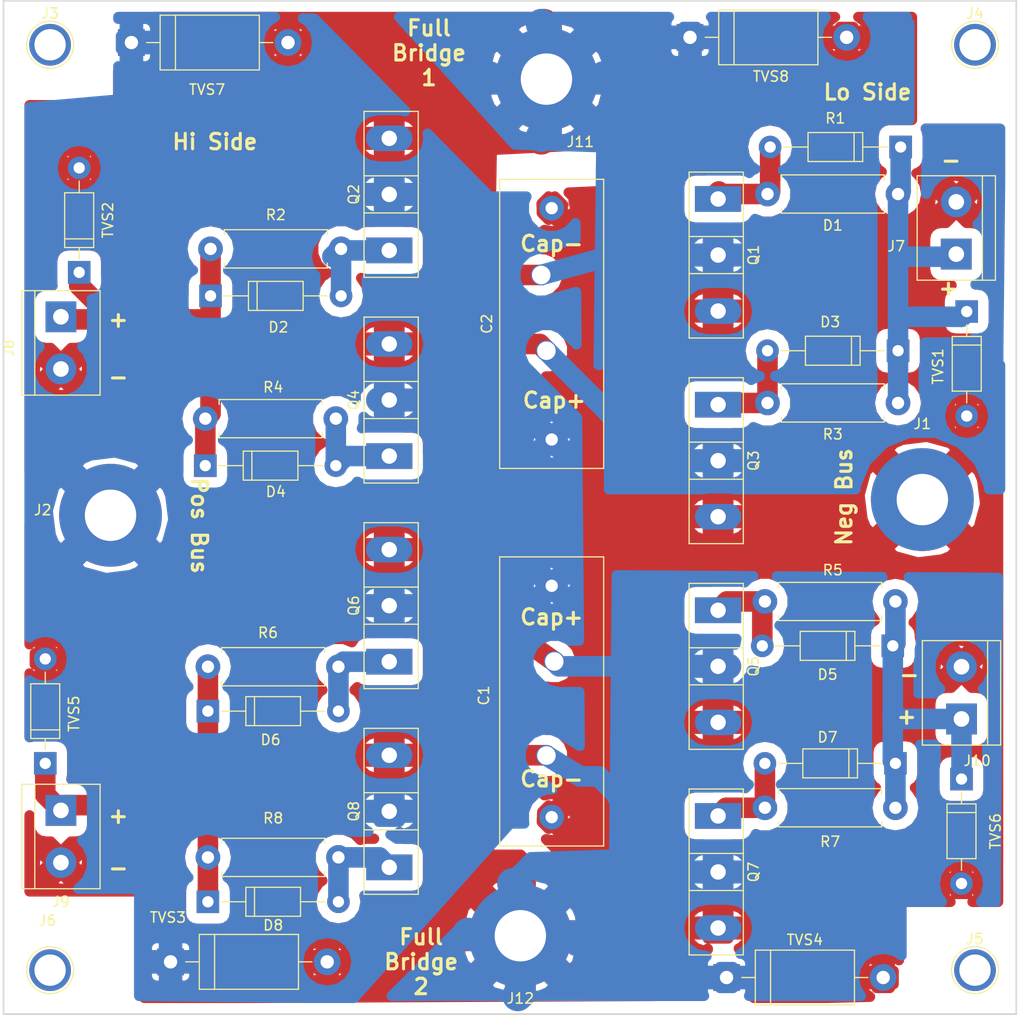
<source format=kicad_pcb>
(kicad_pcb (version 4) (host pcbnew 4.0.7)
  (layers (0 F.Cu signal) (31 B.Cu signal) (34 B.Paste user) (35 F.Paste user) (36 B.SilkS user) (37 F.SilkS user) (38 B.Mask user) (39 F.Mask user) (44 Edge.Cuts user))
  (net 0 "")
  (net 1 VDD)
  (net 2 GND)
  (net 3 "Net-(D1-Pad1)")
  (net 4 "Net-(D1-Pad2)")
  (net 5 "Net-(D2-Pad1)")
  (net 6 "Net-(D2-Pad2)")
  (net 7 "Net-(J12-Pad1)")
  (net 8 "Net-(D3-Pad2)")
  (net 9 "Net-(D4-Pad2)")
  (net 10 "Net-(D5-Pad2)")
  (net 11 "Net-(D6-Pad2)")
  (net 12 "Net-(D7-Pad2)")
  (net 13 "Net-(D8-Pad2)")
  (net 14 "Net-(D5-Pad1)")
  (net 15 "Net-(D6-Pad1)")
  (net 16 "Net-(J11-Pad1)")
  (module Resistors_THT:R_Axial_DIN0411_L9.9mm_D3.6mm_P12.70mm_Horizontal (layer F.Cu) (at 119.808 64.516)
    (fp_text reference R1 (at 6.604 -7.366) (layer F.SilkS))
    (fp_text value 10)
    (pad 1 thru_hole circle (at 0 0) (size 2.4 2.4) (drill 1.2) (layers *.Cu *.Mask) (net 4 "Net-(D1-Pad2)"))
    (pad 2 thru_hole oval (at 12.7 0) (size 2.4 2.4) (drill 1.2) (layers *.Cu *.Mask) (net 3 "Net-(D1-Pad1)"))
  )
  (module Connectors_Terminal_Blocks:TerminalBlock_bornier-2_P5.08mm (layer F.Cu) (at 138.684 115.57 90)
    (fp_text reference J10 (at -4.064 1.524 360) (layer F.SilkS))
    (fp_text value Screw_Terminal_01x02)
    (pad 1 thru_hole rect (at 0 0 90) (size 3 3) (drill 1.52) (layers *.Cu *.Mask) (net 14 "Net-(D5-Pad1)"))
    (pad 2 thru_hole circle (at 5.08 0 90) (size 3 3) (drill 1.52) (layers *.Cu *.Mask) (net 2 GND))
  )
  (module Diodes_THT:D_DO-41_SOD81_P12.70mm_Horizontal (layer F.Cu) (at 65.358 114.808)
    (fp_text reference D6 (at 6.096 2.794) (layer F.SilkS))
    (fp_text value D_Schottky)
    (pad 1 thru_hole rect (at 0 0) (size 2.2 2.2) (drill 1.1) (layers *.Cu *.Mask) (net 15 "Net-(D6-Pad1)"))
    (pad 2 thru_hole oval (at 12.7 0) (size 2.2 2.2) (drill 1.1) (layers *.Cu *.Mask) (net 11 "Net-(D6-Pad2)"))
  )
  (module Connectors:1pin (layer F.Cu) (at 50 50)
    (fp_text reference J3 (at 0 -3.048) (layer F.SilkS))
    (fp_text value Conn_01x01)
    (pad 1 thru_hole circle (at 0 0) (size 4.064 4.064) (drill 3.048) (layers *.Cu *.Mask))
  )
  (module Connectors:1pin (layer F.Cu) (at 50 140)
    (fp_text reference J6 (at -0.254 -4.826) (layer F.SilkS))
    (fp_text value Conn_01x01)
    (pad 1 thru_hole circle (at 0 0) (size 4.064 4.064) (drill 3.048) (layers *.Cu *.Mask))
  )
  (module TO_SOT_Packages_THT:TO-247_TO-3P_Vertical (layer F.Cu) (at 115 65 270)
    (fp_text reference Q1 (at 5.45 -3.45 270) (layer F.SilkS))
    (fp_text value Q_NIGBT_GCE)
    (pad 1 thru_hole rect (at 0 0 270) (size 2.5 4.5) (drill 1.5) (layers *.Cu *.Mask) (net 4 "Net-(D1-Pad2)"))
    (pad 2 thru_hole oval (at 5.45 0 270) (size 2.5 4.5) (drill 1.5) (layers *.Cu *.Mask) (net 16 "Net-(J11-Pad1)"))
    (pad 3 thru_hole oval (at 10.9 0 270) (size 2.5 4.5) (drill 1.5) (layers *.Cu *.Mask) (net 2 GND))
  )
  (module TO_SOT_Packages_THT:TO-247_TO-3P_Vertical (layer F.Cu) (at 83 70 90)
    (fp_text reference Q2 (at 5.45 -3.45 90) (layer F.SilkS))
    (fp_text value Q_NIGBT_GCE)
    (pad 1 thru_hole rect (at 0 0 90) (size 2.5 4.5) (drill 1.5) (layers *.Cu *.Mask) (net 6 "Net-(D2-Pad2)"))
    (pad 2 thru_hole oval (at 5.45 0 90) (size 2.5 4.5) (drill 1.5) (layers *.Cu *.Mask) (net 1 VDD))
    (pad 3 thru_hole oval (at 10.9 0 90) (size 2.5 4.5) (drill 1.5) (layers *.Cu *.Mask) (net 16 "Net-(J11-Pad1)"))
  )
  (module Connectors:1pin (layer F.Cu) (at 134.874 94.234 180)
    (fp_text reference J1 (at 0 7.366 180) (layer F.SilkS))
    (fp_text value NegBus)
    (pad 1 thru_hole circle (at 0 0 180) (size 10 10) (drill 5) (layers *.Cu *.Mask) (net 2 GND))
  )
  (module Connectors:1pin (layer F.Cu) (at 55.88 95.758)
    (fp_text reference J2 (at -6.604 -0.508) (layer F.SilkS))
    (fp_text value PosBus)
    (pad 1 thru_hole circle (at 0 0) (size 10 10) (drill 5) (layers *.Cu *.Mask) (net 1 VDD))
  )
  (module Connectors:1pin (layer F.Cu) (at 140 50)
    (fp_text reference J4 (at 0 -3.048) (layer F.SilkS))
    (fp_text value Conn_01x01)
    (pad 1 thru_hole circle (at 0 0) (size 4.064 4.064) (drill 3.048) (layers *.Cu *.Mask))
  )
  (module Connectors:1pin (layer F.Cu) (at 140 140)
    (fp_text reference J5 (at 0 -3.048) (layer F.SilkS))
    (fp_text value Conn_01x01)
    (pad 1 thru_hole circle (at 0 0) (size 4.064 4.064) (drill 3.048) (layers *.Cu *.Mask))
  )
  (module Connectors_Terminal_Blocks:TerminalBlock_bornier-2_P5.08mm (layer F.Cu) (at 138.176 70.358 90)
    (fp_text reference J7 (at 0.762 -5.842 360) (layer F.SilkS))
    (fp_text value Screw_Terminal_01x02)
    (pad 1 thru_hole rect (at 0 0 90) (size 3 3) (drill 1.52) (layers *.Cu *.Mask) (net 3 "Net-(D1-Pad1)"))
    (pad 2 thru_hole circle (at 5.08 0 90) (size 3 3) (drill 1.52) (layers *.Cu *.Mask) (net 2 GND))
  )
  (module Connectors_Terminal_Blocks:TerminalBlock_bornier-2_P5.08mm (layer F.Cu) (at 51.054 76.454 270)
    (fp_text reference J8 (at 3.048 5.08 270) (layer F.SilkS))
    (fp_text value Screw_Terminal_01x02)
    (pad 1 thru_hole rect (at 0 0 270) (size 3 3) (drill 1.52) (layers *.Cu *.Mask) (net 5 "Net-(D2-Pad1)"))
    (pad 2 thru_hole circle (at 5.08 0 270) (size 3 3) (drill 1.52) (layers *.Cu *.Mask) (net 16 "Net-(J11-Pad1)"))
  )
  (module TO_SOT_Packages_THT:TO-247_TO-3P_Vertical (layer F.Cu) (at 115 85 270)
    (fp_text reference Q3 (at 5.45 -3.45 270) (layer F.SilkS))
    (fp_text value Q_NIGBT_GCE)
    (pad 1 thru_hole rect (at 0 0 270) (size 2.5 4.5) (drill 1.5) (layers *.Cu *.Mask) (net 8 "Net-(D3-Pad2)"))
    (pad 2 thru_hole oval (at 5.45 0 270) (size 2.5 4.5) (drill 1.5) (layers *.Cu *.Mask) (net 16 "Net-(J11-Pad1)"))
    (pad 3 thru_hole oval (at 10.9 0 270) (size 2.5 4.5) (drill 1.5) (layers *.Cu *.Mask) (net 2 GND))
  )
  (module TO_SOT_Packages_THT:TO-247_TO-3P_Vertical (layer F.Cu) (at 83 90 90)
    (fp_text reference Q4 (at 5.45 -3.45 90) (layer F.SilkS))
    (fp_text value Q_NIGBT_GCE)
    (pad 1 thru_hole rect (at 0 0 90) (size 2.5 4.5) (drill 1.5) (layers *.Cu *.Mask) (net 9 "Net-(D4-Pad2)"))
    (pad 2 thru_hole oval (at 5.45 0 90) (size 2.5 4.5) (drill 1.5) (layers *.Cu *.Mask) (net 1 VDD))
    (pad 3 thru_hole oval (at 10.9 0 90) (size 2.5 4.5) (drill 1.5) (layers *.Cu *.Mask) (net 16 "Net-(J11-Pad1)"))
  )
  (module TO_SOT_Packages_THT:TO-247_TO-3P_Vertical (layer F.Cu) (at 115 105 270)
    (fp_text reference Q5 (at 5.45 -3.45 270) (layer F.SilkS))
    (fp_text value Q_NIGBT_GCE)
    (pad 1 thru_hole rect (at 0 0 270) (size 2.5 4.5) (drill 1.5) (layers *.Cu *.Mask) (net 10 "Net-(D5-Pad2)"))
    (pad 2 thru_hole oval (at 5.45 0 270) (size 2.5 4.5) (drill 1.5) (layers *.Cu *.Mask) (net 7 "Net-(J12-Pad1)"))
    (pad 3 thru_hole oval (at 10.9 0 270) (size 2.5 4.5) (drill 1.5) (layers *.Cu *.Mask) (net 2 GND))
  )
  (module TO_SOT_Packages_THT:TO-247_TO-3P_Vertical (layer F.Cu) (at 83 110 90)
    (fp_text reference Q6 (at 5.45 -3.45 90) (layer F.SilkS))
    (fp_text value Q_NIGBT_GCE)
    (pad 1 thru_hole rect (at 0 0 90) (size 2.5 4.5) (drill 1.5) (layers *.Cu *.Mask) (net 11 "Net-(D6-Pad2)"))
    (pad 2 thru_hole oval (at 5.45 0 90) (size 2.5 4.5) (drill 1.5) (layers *.Cu *.Mask) (net 1 VDD))
    (pad 3 thru_hole oval (at 10.9 0 90) (size 2.5 4.5) (drill 1.5) (layers *.Cu *.Mask) (net 7 "Net-(J12-Pad1)"))
  )
  (module TO_SOT_Packages_THT:TO-247_TO-3P_Vertical (layer F.Cu) (at 115 125 270)
    (fp_text reference Q7 (at 5.45 -3.45 270) (layer F.SilkS))
    (fp_text value Q_NIGBT_GCE)
    (pad 1 thru_hole rect (at 0 0 270) (size 2.5 4.5) (drill 1.5) (layers *.Cu *.Mask) (net 12 "Net-(D7-Pad2)"))
    (pad 2 thru_hole oval (at 5.45 0 270) (size 2.5 4.5) (drill 1.5) (layers *.Cu *.Mask) (net 7 "Net-(J12-Pad1)"))
    (pad 3 thru_hole oval (at 10.9 0 270) (size 2.5 4.5) (drill 1.5) (layers *.Cu *.Mask) (net 2 GND))
  )
  (module TO_SOT_Packages_THT:TO-247_TO-3P_Vertical (layer F.Cu) (at 83 130 90)
    (fp_text reference Q8 (at 5.45 -3.45 90) (layer F.SilkS))
    (fp_text value Q_NIGBT_GCE)
    (pad 1 thru_hole rect (at 0 0 90) (size 2.5 4.5) (drill 1.5) (layers *.Cu *.Mask) (net 13 "Net-(D8-Pad2)"))
    (pad 2 thru_hole oval (at 5.45 0 90) (size 2.5 4.5) (drill 1.5) (layers *.Cu *.Mask) (net 1 VDD))
    (pad 3 thru_hole oval (at 10.9 0 90) (size 2.5 4.5) (drill 1.5) (layers *.Cu *.Mask) (net 7 "Net-(J12-Pad1)"))
  )
  (module Connectors:1pin (layer F.Cu) (at 95.758 136.652)
    (fp_text reference J12 (at 0 6.096) (layer F.SilkS))
    (fp_text value Bridge1)
    (pad 1 thru_hole circle (at 0 0) (size 10 10) (drill 5) (layers *.Cu *.Mask) (net 7 "Net-(J12-Pad1)"))
  )
  (module Diodes_THT:D_DO-41_SOD81_P10.16mm_Horizontal (layer F.Cu) (at 139.192 75.946 270)
    (fp_text reference TVS1 (at 5.334 2.794 270) (layer F.SilkS))
    (fp_text value D)
    (pad 1 thru_hole rect (at 0 0 270) (size 2.2 2.2) (drill 1.1) (layers *.Cu *.Mask) (net 3 "Net-(D1-Pad1)"))
    (pad 2 thru_hole oval (at 10.16 0 270) (size 2.2 2.2) (drill 1.1) (layers *.Cu *.Mask) (net 2 GND))
  )
  (module Diodes_THT:D_DO-41_SOD81_P10.16mm_Horizontal (layer F.Cu) (at 52.832 72.136 90)
    (fp_text reference TVS2 (at 5.08 2.794 90) (layer F.SilkS))
    (fp_text value D)
    (pad 1 thru_hole rect (at 0 0 90) (size 2.2 2.2) (drill 1.1) (layers *.Cu *.Mask) (net 5 "Net-(D2-Pad1)"))
    (pad 2 thru_hole oval (at 10.16 0 90) (size 2.2 2.2) (drill 1.1) (layers *.Cu *.Mask) (net 16 "Net-(J11-Pad1)"))
  )
  (module Diodes_THT:D_DO-41_SOD81_P12.70mm_Horizontal (layer F.Cu) (at 132.762 59.944 180)
    (fp_text reference D1 (at 6.604 -7.62 180) (layer F.SilkS))
    (fp_text value D_Schottky)
    (pad 1 thru_hole rect (at 0 0 180) (size 2.2 2.2) (drill 1.1) (layers *.Cu *.Mask) (net 3 "Net-(D1-Pad1)"))
    (pad 2 thru_hole oval (at 12.7 0 180) (size 2.2 2.2) (drill 1.1) (layers *.Cu *.Mask) (net 4 "Net-(D1-Pad2)"))
  )
  (module Diodes_THT:D_DO-41_SOD81_P12.70mm_Horizontal (layer F.Cu) (at 65.612 74.422)
    (fp_text reference D2 (at 6.604 3.048) (layer F.SilkS))
    (fp_text value D_Schottky)
    (pad 1 thru_hole rect (at 0 0) (size 2.2 2.2) (drill 1.1) (layers *.Cu *.Mask) (net 5 "Net-(D2-Pad1)"))
    (pad 2 thru_hole oval (at 12.7 0) (size 2.2 2.2) (drill 1.1) (layers *.Cu *.Mask) (net 6 "Net-(D2-Pad2)"))
  )
  (module Diodes_THT:D_DO-41_SOD81_P12.70mm_Horizontal (layer F.Cu) (at 132.508 79.756 180)
    (fp_text reference D3 (at 6.604 2.794 180) (layer F.SilkS))
    (fp_text value D_Schottky)
    (pad 1 thru_hole rect (at 0 0 180) (size 2.2 2.2) (drill 1.1) (layers *.Cu *.Mask) (net 3 "Net-(D1-Pad1)"))
    (pad 2 thru_hole oval (at 12.7 0 180) (size 2.2 2.2) (drill 1.1) (layers *.Cu *.Mask) (net 8 "Net-(D3-Pad2)"))
  )
  (module Diodes_THT:D_DO-41_SOD81_P12.70mm_Horizontal (layer F.Cu) (at 65.104 90.932)
    (fp_text reference D4 (at 6.858 2.54) (layer F.SilkS))
    (fp_text value D_Schottky)
    (pad 1 thru_hole rect (at 0 0) (size 2.2 2.2) (drill 1.1) (layers *.Cu *.Mask) (net 5 "Net-(D2-Pad1)"))
    (pad 2 thru_hole oval (at 12.7 0) (size 2.2 2.2) (drill 1.1) (layers *.Cu *.Mask) (net 9 "Net-(D4-Pad2)"))
  )
  (module Diodes_THT:D_DO-41_SOD81_P12.70mm_Horizontal (layer F.Cu) (at 132 108.458 180)
    (fp_text reference D5 (at 6.35 -2.794 180) (layer F.SilkS))
    (fp_text value D_Schottky)
    (pad 1 thru_hole rect (at 0 0 180) (size 2.2 2.2) (drill 1.1) (layers *.Cu *.Mask) (net 14 "Net-(D5-Pad1)"))
    (pad 2 thru_hole oval (at 12.7 0 180) (size 2.2 2.2) (drill 1.1) (layers *.Cu *.Mask) (net 10 "Net-(D5-Pad2)"))
  )
  (module Diodes_THT:D_DO-41_SOD81_P12.70mm_Horizontal (layer F.Cu) (at 132.254 119.888 180)
    (fp_text reference D7 (at 6.604 2.54 180) (layer F.SilkS))
    (fp_text value D_Schottky)
    (pad 1 thru_hole rect (at 0 0 180) (size 2.2 2.2) (drill 1.1) (layers *.Cu *.Mask) (net 14 "Net-(D5-Pad1)"))
    (pad 2 thru_hole oval (at 12.7 0 180) (size 2.2 2.2) (drill 1.1) (layers *.Cu *.Mask) (net 12 "Net-(D7-Pad2)"))
  )
  (module Diodes_THT:D_DO-41_SOD81_P12.70mm_Horizontal (layer F.Cu) (at 65.358 133.35)
    (fp_text reference D8 (at 6.35 2.286) (layer F.SilkS))
    (fp_text value D_Schottky)
    (pad 1 thru_hole rect (at 0 0) (size 2.2 2.2) (drill 1.1) (layers *.Cu *.Mask) (net 15 "Net-(D6-Pad1)"))
    (pad 2 thru_hole oval (at 12.7 0) (size 2.2 2.2) (drill 1.1) (layers *.Cu *.Mask) (net 13 "Net-(D8-Pad2)"))
  )
  (module Resistors_THT:R_Axial_DIN0411_L9.9mm_D3.6mm_P12.70mm_Horizontal (layer F.Cu) (at 78.312 69.85 180)
    (fp_text reference R2 (at 6.35 3.302 180) (layer F.SilkS))
    (fp_text value 10)
    (pad 1 thru_hole circle (at 0 0 180) (size 2.4 2.4) (drill 1.2) (layers *.Cu *.Mask) (net 6 "Net-(D2-Pad2)"))
    (pad 2 thru_hole oval (at 12.7 0 180) (size 2.4 2.4) (drill 1.2) (layers *.Cu *.Mask) (net 5 "Net-(D2-Pad1)"))
  )
  (module Resistors_THT:R_Axial_DIN0411_L9.9mm_D3.6mm_P12.70mm_Horizontal (layer F.Cu) (at 119.808 84.836)
    (fp_text reference R3 (at 6.35 3.048) (layer F.SilkS))
    (fp_text value 10)
    (pad 1 thru_hole circle (at 0 0) (size 2.4 2.4) (drill 1.2) (layers *.Cu *.Mask) (net 8 "Net-(D3-Pad2)"))
    (pad 2 thru_hole oval (at 12.7 0) (size 2.4 2.4) (drill 1.2) (layers *.Cu *.Mask) (net 3 "Net-(D1-Pad1)"))
  )
  (module Resistors_THT:R_Axial_DIN0411_L9.9mm_D3.6mm_P12.70mm_Horizontal (layer F.Cu) (at 77.804 86.36 180)
    (fp_text reference R4 (at 6.096 3.048 180) (layer F.SilkS))
    (fp_text value 10)
    (pad 1 thru_hole circle (at 0 0 180) (size 2.4 2.4) (drill 1.2) (layers *.Cu *.Mask) (net 9 "Net-(D4-Pad2)"))
    (pad 2 thru_hole oval (at 12.7 0 180) (size 2.4 2.4) (drill 1.2) (layers *.Cu *.Mask) (net 5 "Net-(D2-Pad1)"))
  )
  (module Resistors_THT:R_Axial_DIN0411_L9.9mm_D3.6mm_P12.70mm_Horizontal (layer F.Cu) (at 119.554 104.14)
    (fp_text reference R5 (at 6.604 -3.048) (layer F.SilkS))
    (fp_text value 10)
    (pad 1 thru_hole circle (at 0 0) (size 2.4 2.4) (drill 1.2) (layers *.Cu *.Mask) (net 10 "Net-(D5-Pad2)"))
    (pad 2 thru_hole oval (at 12.7 0) (size 2.4 2.4) (drill 1.2) (layers *.Cu *.Mask) (net 14 "Net-(D5-Pad1)"))
  )
  (module Resistors_THT:R_Axial_DIN0411_L9.9mm_D3.6mm_P12.70mm_Horizontal (layer F.Cu) (at 78.058 110.49 180)
    (fp_text reference R6 (at 6.858 3.302 180) (layer F.SilkS))
    (fp_text value 10)
    (pad 1 thru_hole circle (at 0 0 180) (size 2.4 2.4) (drill 1.2) (layers *.Cu *.Mask) (net 11 "Net-(D6-Pad2)"))
    (pad 2 thru_hole oval (at 12.7 0 180) (size 2.4 2.4) (drill 1.2) (layers *.Cu *.Mask) (net 15 "Net-(D6-Pad1)"))
  )
  (module Resistors_THT:R_Axial_DIN0411_L9.9mm_D3.6mm_P12.70mm_Horizontal (layer F.Cu) (at 119.554 124.206)
    (fp_text reference R7 (at 6.35 3.302) (layer F.SilkS))
    (fp_text value 10)
    (pad 1 thru_hole circle (at 0 0) (size 2.4 2.4) (drill 1.2) (layers *.Cu *.Mask) (net 12 "Net-(D7-Pad2)"))
    (pad 2 thru_hole oval (at 12.7 0) (size 2.4 2.4) (drill 1.2) (layers *.Cu *.Mask) (net 14 "Net-(D5-Pad1)"))
  )
  (module Resistors_THT:R_Axial_DIN0411_L9.9mm_D3.6mm_P12.70mm_Horizontal (layer F.Cu) (at 78.058 129.032 180)
    (fp_text reference R8 (at 6.35 3.81 180) (layer F.SilkS))
    (fp_text value 10)
    (pad 1 thru_hole circle (at 0 0 180) (size 2.4 2.4) (drill 1.2) (layers *.Cu *.Mask) (net 13 "Net-(D8-Pad2)"))
    (pad 2 thru_hole oval (at 12.7 0 180) (size 2.4 2.4) (drill 1.2) (layers *.Cu *.Mask) (net 15 "Net-(D6-Pad1)"))
  )
  (module Diodes_THT:D_DO-201_P15.24mm_Horizontal (layer F.Cu) (at 61.722 139.192)
    (fp_text reference TVS3 (at -0.254 -4.318) (layer F.SilkS))
    (fp_text value D)
    (pad 1 thru_hole rect (at 0 0) (size 2.6 2.6) (drill 1.3) (layers *.Cu *.Mask) (net 1 VDD))
    (pad 2 thru_hole oval (at 15.24 0) (size 2.6 2.6) (drill 1.3) (layers *.Cu *.Mask) (net 7 "Net-(J12-Pad1)"))
  )
  (module Diodes_THT:D_DO-201_P15.24mm_Horizontal (layer F.Cu) (at 115.824 140.716)
    (fp_text reference TVS4 (at 7.62 -3.665) (layer F.SilkS))
    (fp_text value D)
    (pad 1 thru_hole rect (at 0 0) (size 2.6 2.6) (drill 1.3) (layers *.Cu *.Mask) (net 7 "Net-(J12-Pad1)"))
    (pad 2 thru_hole oval (at 15.24 0) (size 2.6 2.6) (drill 1.3) (layers *.Cu *.Mask) (net 2 GND))
  )
  (module Capacitors_THT:C_Rect_L28.0mm_W10.0mm_P22.50mm_MKS4 (layer F.Cu) (at 98.806 102.616 270)
    (fp_text reference C1 (at 10.668 6.604 270) (layer F.SilkS))
    (fp_text value "1 uF")
    (pad 1 thru_hole circle (at 0 0 270) (size 2.4 2.4) (drill 1.2) (layers *.Cu *.Mask) (net 1 VDD))
    (pad 2 thru_hole circle (at 22.5 0 270) (size 2.4 2.4) (drill 1.2) (layers *.Cu *.Mask) (net 2 GND))
  )
  (module Capacitors_THT:C_Rect_L28.0mm_W10.0mm_P22.50mm_MKS4 (layer F.Cu) (at 98.806 88.392 90)
    (fp_text reference C2 (at 11.25 -6.31 90) (layer F.SilkS))
    (fp_text value "1 uF")
    (pad 1 thru_hole circle (at 0 0 90) (size 2.4 2.4) (drill 1.2) (layers *.Cu *.Mask) (net 1 VDD))
    (pad 2 thru_hole circle (at 22.5 0 90) (size 2.4 2.4) (drill 1.2) (layers *.Cu *.Mask) (net 2 GND))
  )
  (module Connectors_Terminal_Blocks:TerminalBlock_bornier-2_P5.08mm (layer F.Cu) (at 51.054 124.46 270)
    (fp_text reference J9 (at 8.89 0 540) (layer F.SilkS))
    (fp_text value Screw_Terminal_01x02)
    (pad 1 thru_hole rect (at 0 0 270) (size 3 3) (drill 1.52) (layers *.Cu *.Mask) (net 15 "Net-(D6-Pad1)"))
    (pad 2 thru_hole circle (at 5.08 0 270) (size 3 3) (drill 1.52) (layers *.Cu *.Mask) (net 7 "Net-(J12-Pad1)"))
  )
  (module Connectors:1pin (layer F.Cu) (at 98.298 53.34)
    (fp_text reference J11 (at 3.302 6.096) (layer F.SilkS))
    (fp_text value Bridge2)
    (pad 1 thru_hole circle (at 0 0) (size 10 10) (drill 5) (layers *.Cu *.Mask) (net 16 "Net-(J11-Pad1)"))
  )
  (module Diodes_THT:D_DO-41_SOD81_P10.16mm_Horizontal (layer F.Cu) (at 49.53 119.888 90)
    (fp_text reference TVS5 (at 4.826 2.794 90) (layer F.SilkS))
    (fp_text value D)
    (pad 1 thru_hole rect (at 0 0 90) (size 2.2 2.2) (drill 1.1) (layers *.Cu *.Mask) (net 15 "Net-(D6-Pad1)"))
    (pad 2 thru_hole oval (at 10.16 0 90) (size 2.2 2.2) (drill 1.1) (layers *.Cu *.Mask) (net 7 "Net-(J12-Pad1)"))
  )
  (module Diodes_THT:D_DO-41_SOD81_P10.16mm_Horizontal (layer F.Cu) (at 138.684 121.412 270)
    (fp_text reference TVS6 (at 5.08 -3.302 270) (layer F.SilkS))
    (fp_text value D)
    (pad 1 thru_hole rect (at 0 0 270) (size 2.2 2.2) (drill 1.1) (layers *.Cu *.Mask) (net 14 "Net-(D5-Pad1)"))
    (pad 2 thru_hole oval (at 10.16 0 270) (size 2.2 2.2) (drill 1.1) (layers *.Cu *.Mask) (net 2 GND))
  )
  (module Diodes_THT:D_DO-201_P15.24mm_Horizontal (layer F.Cu) (at 57.912 49.784)
    (fp_text reference TVS7 (at 7.366 4.572) (layer F.SilkS))
    (fp_text value D)
    (pad 1 thru_hole rect (at 0 0) (size 2.6 2.6) (drill 1.3) (layers *.Cu *.Mask) (net 1 VDD))
    (pad 2 thru_hole oval (at 15.24 0) (size 2.6 2.6) (drill 1.3) (layers *.Cu *.Mask) (net 16 "Net-(J11-Pad1)"))
  )
  (module Diodes_THT:D_DO-201_P15.24mm_Horizontal (layer F.Cu) (at 112.268 49.276)
    (fp_text reference TVS8 (at 7.874 3.81) (layer F.SilkS))
    (fp_text value D)
    (pad 1 thru_hole rect (at 0 0) (size 2.6 2.6) (drill 1.3) (layers *.Cu *.Mask) (net 16 "Net-(J11-Pad1)"))
    (pad 2 thru_hole oval (at 15.24 0) (size 2.6 2.6) (drill 1.3) (layers *.Cu *.Mask) (net 2 GND))
  )
  (gr_text Cap- (at 98.806 121.412) (layer F.SilkS) (effects (font (size 1.5 1.5) (thickness 0.3))))
  (gr_text Cap+ (at 98.806 105.664) (layer F.SilkS) (effects (font (size 1.5 1.5) (thickness 0.3))))
  (gr_text Cap+ (at 99.06 84.582) (layer F.SilkS) (effects (font (size 1.5 1.5) (thickness 0.3))))
  (gr_text "Cap-\n" (at 98.806 69.342) (layer F.SilkS) (effects (font (size 1.5 1.5) (thickness 0.3))))
  (gr_text "Full\nBridge\n2" (at 86.106 139.192) (layer F.SilkS) (effects (font (size 1.5 1.5) (thickness 0.3))))
  (gr_text - (at 56.642 130.048) (layer F.SilkS) (effects (font (size 1.5 1.5) (thickness 0.3))))
  (gr_text + (at 56.642 124.968) (layer F.SilkS) (effects (font (size 1.5 1.5) (thickness 0.3))))
  (gr_text + (at 133.35 115.316) (layer F.SilkS) (effects (font (size 1.5 1.5) (thickness 0.3))))
  (gr_text - (at 133.604 111.252) (layer F.SilkS) (effects (font (size 1.5 1.5) (thickness 0.3))))
  (gr_text + (at 56.642 76.708) (layer F.SilkS) (effects (font (size 1.5 1.5) (thickness 0.3))))
  (gr_text - (at 56.642 82.296) (layer F.SilkS) (effects (font (size 1.5 1.5) (thickness 0.3))))
  (gr_text + (at 137.414 73.66) (layer F.SilkS) (effects (font (size 1.5 1.5) (thickness 0.3))))
  (gr_text - (at 137.668 61.214) (layer F.SilkS) (effects (font (size 1.5 1.5) (thickness 0.3))))
  (gr_text "Neg Bus" (at 127.254 93.98 90) (layer F.SilkS) (effects (font (size 1.5 1.5) (thickness 0.3))))
  (gr_text "Pos Bus" (at 64.516 96.774 270) (layer F.SilkS) (effects (font (size 1.5 1.5) (thickness 0.3))))
  (gr_text "Lo Side" (at 129.54 54.61) (layer F.SilkS) (effects (font (size 1.5 1.5) (thickness 0.3))))
  (gr_text "Hi Side" (at 66.04 59.436) (layer F.SilkS) (effects (font (size 1.5 1.5) (thickness 0.3))))
  (gr_line (start 45.466 45.72) (end 46.482 45.72) (angle 90) (layer Edge.Cuts) (width 0.15))
  (gr_line (start 45.466 144.272) (end 45.466 45.72) (angle 90) (layer Edge.Cuts) (width 0.15))
  (gr_line (start 144.018 144.272) (end 45.466 144.272) (angle 90) (layer Edge.Cuts) (width 0.15))
  (gr_line (start 144.018 45.72) (end 144.018 144.272) (angle 90) (layer Edge.Cuts) (width 0.15))
  (gr_line (start 46.482 45.72) (end 144.018 45.72) (angle 90) (layer Edge.Cuts) (width 0.15))
  (gr_text "Full\nBridge\n1" (at 86.868 50.8) (layer F.SilkS) (effects (font (size 1.5 1.5) (thickness 0.3))))
  (segment (start 132.508 76.454) (end 138.684 76.454) (width 2) (layer B.Cu) (net 3))
  (segment (start 138.684 76.454) (end 139.192 75.946) (width 2) (layer B.Cu) (net 3))
  (segment (start 132.508 70.612) (end 137.922 70.612) (width 2) (layer B.Cu) (net 3))
  (segment (start 137.922 70.612) (end 138.176 70.358) (width 2) (layer B.Cu) (net 3))
  (segment (start 132.508 64.516) (end 132.508 70.612) (width 2) (layer B.Cu) (net 3))
  (segment (start 132.508 70.612) (end 132.508 76.454) (width 2) (layer B.Cu) (net 3))
  (segment (start 132.508 76.454) (end 132.508 79.756) (width 2) (layer B.Cu) (net 3))
  (segment (start 132.508 79.756) (end 132.508 84.836) (width 2) (layer B.Cu) (net 3))
  (segment (start 132.762 59.944) (end 132.762 64.262) (width 2) (layer B.Cu) (net 3))
  (segment (start 132.762 64.262) (end 132.508 64.516) (width 2) (layer B.Cu) (net 3))
  (segment (start 120.062 59.944) (end 120.062 64.262) (width 2) (layer F.Cu) (net 4))
  (segment (start 120.062 64.262) (end 119.808 64.516) (width 2) (layer F.Cu) (net 4))
  (segment (start 119.808 64.516) (end 115.484 64.516) (width 2) (layer F.Cu) (net 4))
  (segment (start 115.484 64.516) (end 115 65) (width 2) (layer F.Cu) (net 4))
  (segment (start 115.062 64.262) (end 114.808 64.516) (width 2) (layer F.Cu) (net 4))
  (segment (start 52.832 72.136) (end 52.832 73.406) (width 2) (layer F.Cu) (net 5))
  (segment (start 52.832 73.406) (end 56.134 76.708) (width 2) (layer F.Cu) (net 5))
  (segment (start 65.612 76.708) (end 56.134 76.708) (width 2) (layer F.Cu) (net 5))
  (segment (start 56.134 76.708) (end 51.308 76.708) (width 2) (layer F.Cu) (net 5))
  (segment (start 51.308 76.708) (end 51.054 76.454) (width 2) (layer F.Cu) (net 5))
  (segment (start 65.104 86.36) (end 65.104 90.932) (width 2) (layer F.Cu) (net 5))
  (segment (start 65.612 74.422) (end 65.612 76.708) (width 2) (layer F.Cu) (net 5))
  (segment (start 65.612 76.708) (end 65.612 85.852) (width 2) (layer F.Cu) (net 5))
  (segment (start 65.612 85.852) (end 65.104 86.36) (width 2) (layer F.Cu) (net 5))
  (segment (start 65.612 69.85) (end 65.612 74.422) (width 2) (layer F.Cu) (net 5))
  (segment (start 78.312 69.85) (end 78.312 74.422) (width 2) (layer B.Cu) (net 6))
  (segment (start 83 70) (end 78.082 70) (width 2) (layer B.Cu) (net 6))
  (segment (start 78.082 70) (end 77.47 70.612) (width 2) (layer B.Cu) (net 6))
  (segment (start 77.47 70.612) (end 78.312 69.85) (width 2) (layer B.Cu) (net 6))
  (segment (start 83.462 70) (end 83.312 69.85) (width 2) (layer B.Cu) (net 6))
  (segment (start 82.608 119.1) (end 98.272 119.1) (width 2) (layer F.Cu) (net 7))
  (segment (start 109.622 130.45) (end 114.572 130.45) (width 2) (layer B.Cu) (net 7))
  (segment (start 109.474 130.302) (end 109.622 130.45) (width 2) (layer B.Cu) (net 7))
  (segment (start 104.902 122.682) (end 109.474 130.302) (width 2) (layer B.Cu) (net 7))
  (segment (start 103.378 121.158) (end 104.902 122.682) (width 2) (layer B.Cu) (net 7))
  (segment (start 101.6 121.158) (end 103.378 121.158) (width 2) (layer B.Cu) (net 7))
  (segment (start 98.298 119.126) (end 101.6 121.158) (width 2) (layer B.Cu) (net 7))
  (via (at 98.298 119.126) (size 2) (drill 1.8) (layers F.Cu B.Cu) (net 7))
  (segment (start 98.272 119.1) (end 98.298 119.126) (width 2) (layer F.Cu) (net 7))
  (segment (start 82.862 99.1) (end 87.104 99.1) (width 2) (layer F.Cu) (net 7))
  (segment (start 99.528 110.45) (end 114.318 110.45) (width 2) (layer B.Cu) (net 7))
  (segment (start 99.06 109.982) (end 99.528 110.45) (width 2) (layer B.Cu) (net 7))
  (via (at 99.06 109.982) (size 2) (drill 1.8) (layers F.Cu B.Cu) (net 7))
  (segment (start 92.964 105.664) (end 99.06 109.982) (width 2) (layer F.Cu) (net 7))
  (segment (start 92.964 101.346) (end 92.964 105.664) (width 2) (layer F.Cu) (net 7))
  (segment (start 87.104 99.1) (end 92.964 101.346) (width 2) (layer F.Cu) (net 7))
  (segment (start 95.758 136.652) (end 95.758 132.334) (width 3) (layer B.Cu) (net 7))
  (segment (start 95.758 132.334) (end 94.996 131.572) (width 3) (layer B.Cu) (net 7))
  (segment (start 95.758 136.652) (end 90.932 136.652) (width 3) (layer B.Cu) (net 7))
  (segment (start 90.932 136.652) (end 90.678 136.398) (width 3) (layer B.Cu) (net 7))
  (segment (start 95.758 136.652) (end 95.758 142.24) (width 3) (layer B.Cu) (net 7))
  (segment (start 95.758 142.24) (end 95.504 142.494) (width 3) (layer B.Cu) (net 7))
  (segment (start 95.758 136.652) (end 100.838 136.652) (width 3) (layer B.Cu) (net 7))
  (segment (start 100.838 136.652) (end 101.346 137.16) (width 3) (layer B.Cu) (net 7))
  (segment (start 95.758 136.652) (end 95.758 131.572) (width 3) (layer F.Cu) (net 7))
  (segment (start 95.758 131.572) (end 95.504 131.318) (width 3) (layer F.Cu) (net 7))
  (segment (start 95.758 136.652) (end 90.424 136.652) (width 3) (layer F.Cu) (net 7))
  (segment (start 95.758 136.652) (end 95.758 142.24) (width 3) (layer F.Cu) (net 7))
  (segment (start 95.758 136.652) (end 101.6 136.652) (width 3) (layer F.Cu) (net 7))
  (segment (start 119.808 84.836) (end 115.164 84.836) (width 2) (layer F.Cu) (net 8))
  (segment (start 115.164 84.836) (end 115 85) (width 2) (layer F.Cu) (net 8))
  (segment (start 119.808 79.756) (end 119.808 84.836) (width 2) (layer F.Cu) (net 8))
  (segment (start 83 90) (end 78.736 90) (width 2) (layer B.Cu) (net 9))
  (segment (start 78.736 90) (end 77.804 90.932) (width 2) (layer B.Cu) (net 9))
  (segment (start 77.804 86.36) (end 77.804 90.932) (width 2) (layer B.Cu) (net 9))
  (segment (start 119.554 104.14) (end 115.86 104.14) (width 2) (layer F.Cu) (net 10))
  (segment (start 115.86 104.14) (end 115 105) (width 2) (layer F.Cu) (net 10))
  (segment (start 119.3 108.458) (end 119.3 104.394) (width 2) (layer F.Cu) (net 10))
  (segment (start 119.3 104.394) (end 119.554 104.14) (width 2) (layer F.Cu) (net 10))
  (segment (start 83 110) (end 78.548 110) (width 2) (layer B.Cu) (net 11))
  (segment (start 78.548 110) (end 78.058 110.49) (width 2) (layer B.Cu) (net 11))
  (segment (start 78.058 110.49) (end 78.058 114.808) (width 2) (layer B.Cu) (net 11))
  (segment (start 119.554 124.206) (end 115.794 124.206) (width 2) (layer F.Cu) (net 12))
  (segment (start 115.794 124.206) (end 115 125) (width 2) (layer F.Cu) (net 12))
  (segment (start 119.554 119.888) (end 119.554 124.206) (width 2) (layer F.Cu) (net 12))
  (segment (start 78.058 129.032) (end 82.032 129.032) (width 2) (layer B.Cu) (net 13))
  (segment (start 82.032 129.032) (end 83 130) (width 2) (layer B.Cu) (net 13))
  (segment (start 78.058 133.35) (end 78.058 129.032) (width 2) (layer B.Cu) (net 13))
  (segment (start 132.254 119.888) (end 132.254 124.206) (width 2) (layer B.Cu) (net 14))
  (segment (start 138.684 121.412) (end 138.684 115.57) (width 2) (layer B.Cu) (net 14))
  (segment (start 138.684 115.57) (end 132 115.57) (width 2) (layer B.Cu) (net 14))
  (segment (start 132 115.57) (end 132.08 115.57) (width 2) (layer B.Cu) (net 14))
  (segment (start 132.08 115.57) (end 132 115.57) (width 2) (layer B.Cu) (net 14))
  (segment (start 132 108.458) (end 132 115.57) (width 2) (layer B.Cu) (net 14))
  (segment (start 132 115.57) (end 132 119.634) (width 2) (layer B.Cu) (net 14))
  (segment (start 132 119.634) (end 132.254 119.888) (width 2) (layer B.Cu) (net 14))
  (segment (start 132.254 104.14) (end 132.254 108.204) (width 2) (layer B.Cu) (net 14))
  (segment (start 132.254 108.204) (end 132 108.458) (width 2) (layer B.Cu) (net 14))
  (segment (start 132.254 108.204) (end 132 108.458) (width 2) (layer F.Cu) (net 14))
  (segment (start 138.684 115.316) (end 138.684 115.57) (width 1) (layer F.Cu) (net 14))
  (segment (start 65.358 123.952) (end 51.562 123.952) (width 2) (layer F.Cu) (net 15))
  (segment (start 51.562 123.952) (end 51.054 124.46) (width 2) (layer F.Cu) (net 15))
  (segment (start 49.53 119.888) (end 49.53 122.936) (width 2) (layer F.Cu) (net 15))
  (segment (start 49.53 122.936) (end 51.054 124.46) (width 2) (layer F.Cu) (net 15))
  (segment (start 65.358 129.032) (end 65.358 133.35) (width 2) (layer F.Cu) (net 15))
  (segment (start 65.358 114.808) (end 65.358 123.952) (width 2) (layer F.Cu) (net 15))
  (segment (start 65.358 123.952) (end 65.358 129.032) (width 2) (layer F.Cu) (net 15))
  (segment (start 65.358 110.49) (end 65.358 114.808) (width 2) (layer F.Cu) (net 15))
  (segment (start 83 79.1) (end 88 79.1) (width 2) (layer F.Cu) (net 16))
  (segment (start 88 79.1) (end 88 77.862) (width 2) (layer F.Cu) (net 16))
  (segment (start 88 77.862) (end 93.472 72.39) (width 2) (layer F.Cu) (net 16))
  (segment (start 104.81 70.45) (end 115.08 70.45) (width 2) (layer B.Cu) (net 16))
  (segment (start 97.79 72.39) (end 104.81 70.45) (width 2) (layer B.Cu) (net 16))
  (via (at 97.79 72.39) (size 2) (drill 1.8) (layers F.Cu B.Cu) (net 16))
  (segment (start 93.472 72.39) (end 97.79 72.39) (width 2) (layer F.Cu) (net 16))
  (segment (start 88 79.1) (end 97.642 79.1) (width 2) (layer F.Cu) (net 16))
  (segment (start 108.738 90.45) (end 114.572 90.45) (width 2) (layer B.Cu) (net 16))
  (segment (start 108.458 90.17) (end 108.738 90.45) (width 2) (layer B.Cu) (net 16))
  (segment (start 103.886 85.344) (end 108.458 90.17) (width 2) (layer B.Cu) (net 16))
  (segment (start 98.298 79.756) (end 103.886 85.344) (width 2) (layer B.Cu) (net 16))
  (via (at 98.298 79.756) (size 2) (drill 1.8) (layers F.Cu B.Cu) (net 16))
  (segment (start 97.642 79.1) (end 98.298 79.756) (width 2) (layer F.Cu) (net 16))
  (segment (start 98.298 53.34) (end 91.44 53.34) (width 3) (layer F.Cu) (net 16))
  (segment (start 98.298 53.34) (end 98.298 58.674) (width 3) (layer F.Cu) (net 16))
  (segment (start 98.298 58.674) (end 97.79 59.182) (width 3) (layer F.Cu) (net 16))
  (segment (start 98.298 53.34) (end 104.394 53.34) (width 3) (layer F.Cu) (net 16))
  (segment (start 104.394 53.34) (end 104.648 53.086) (width 3) (layer F.Cu) (net 16))
  (segment (start 98.298 53.34) (end 98.298 48.26) (width 3) (layer F.Cu) (net 16))
  (segment (start 98.298 48.26) (end 98.044 48.006) (width 3) (layer F.Cu) (net 16))
  (segment (start 98.298 53.34) (end 92.964 53.34) (width 3) (layer B.Cu) (net 16))
  (segment (start 92.964 53.34) (end 92.71 53.086) (width 3) (layer B.Cu) (net 16))
  (segment (start 98.298 53.34) (end 98.298 48.514) (width 3) (layer B.Cu) (net 16))
  (segment (start 98.298 48.514) (end 97.79 48.006) (width 3) (layer B.Cu) (net 16))
  (segment (start 98.298 53.34) (end 103.632 53.34) (width 3) (layer B.Cu) (net 16))
  (segment (start 103.632 53.34) (end 103.886 53.086) (width 3) (layer B.Cu) (net 16))
  (segment (start 98.298 53.34) (end 98.298 58.42) (width 3) (layer B.Cu) (net 16))
  (segment (start 98.298 58.42) (end 97.79 58.928) (width 3) (layer B.Cu) (net 16))
  (segment (start 51.054 81.026) (end 50.8 81.28) (width 2) (layer B.Cu) (net 16))
  (zone (net 2) (net_name GND) (layer F.Cu) (connect_pads (clearance 1)) (min_thickness 1) (fill yes (arc_segments 16) (thermal_gap 0.508) (thermal_bridge_width 3))
    (polygon (pts (xy 99.06 86.36) (xy 97.282 127) (xy 113.792 143.51) (xy 133.096 143.002) (xy 133.096 133.858) (xy 142.748 133.858) (xy 142.748 57.658) (xy 134.366 57.658) (xy 134.366 46.736) (xy 116.586 46.482) (xy 103.124 63.754) (xy 97.282 64.008) (xy 97.79 83.82) (xy 99.06 86.106)))
  )
  (zone (net 1) (net_name VDD) (layer B.Cu) (connect_pads (clearance 1)) (min_thickness 1) (fill yes (arc_segments 16) (thermal_gap 0.508) (thermal_bridge_width 3))
    (polygon (pts (xy 101.6 64.262) (xy 102.108 126.238) (xy 94.996 126.238) (xy 79.756 143.256) (xy 58.166 143.002) (xy 58.166 132.588) (xy 47.498 132.588) (xy 47.498 55.626) (xy 56.134 54.864) (xy 56.134 45.974) (xy 75.946 46.99) (xy 92.964 64.262)))
  )
  (zone (net 16) (net_name "Net-(J11-Pad1)") (layer F.Cu) (connect_pads (clearance 1)) (min_thickness 1) (fill yes (arc_segments 16) (thermal_gap 0.508) (thermal_bridge_width 3))
    (polygon (pts (xy 56.134 46.736) (xy 56.134 55.372) (xy 47.498 55.372) (xy 47.498 91.948) (xy 80.518 91.948) (xy 92.964 88.646) (xy 93.472 60.706) (xy 103.378 60.198) (xy 107.95 52.324) (xy 107.95 45.974) (xy 56.134 45.974)))
  )
  (zone (net 16) (net_name "Net-(J11-Pad1)") (layer B.Cu) (connect_pads (clearance 1)) (min_thickness 1) (fill yes (arc_segments 16) (thermal_gap 0.508) (thermal_bridge_width 3))
    (polygon (pts (xy 133.858 47.498) (xy 134.112 46.99) (xy 134.112 57.658) (xy 143.002 57.658) (xy 142.756106 80.772) (xy 143.256 80.772) (xy 143.256 93.726) (xy 103.886 93.726) (xy 103.886 81.534) (xy 102.87 81.788) (xy 103.124 60.452) (xy 94.996 60.198) (xy 82.55 46.482) (xy 133.858 46.482)))
  )
  (zone (net 7) (net_name "Net-(J12-Pad1)") (layer F.Cu) (connect_pads (clearance 1)) (min_thickness 1) (fill yes (arc_segments 16) (thermal_gap 0.508) (thermal_bridge_width 3))
    (polygon (pts (xy 58.42 132.842) (xy 47.498 132.842) (xy 47.498 96.266) (xy 92.456 96.012) (xy 92.456 128.27) (xy 96.012 128.27) (xy 109.982 143.002) (xy 58.674 143.256)))
  )
  (zone (net 7) (net_name "Net-(J12-Pad1)") (layer B.Cu) (connect_pads (clearance 1)) (min_thickness 1) (fill yes (arc_segments 16) (thermal_gap 0.508) (thermal_bridge_width 3))
    (polygon (pts (xy 142.494 133.858) (xy 133.35 133.858) (xy 133.35 143.002) (xy 82.042 143.002) (xy 96.52 128.524) (xy 104.394 128.27) (xy 104.648 101.092) (xy 142.748 101.346)))
  )
)
</source>
